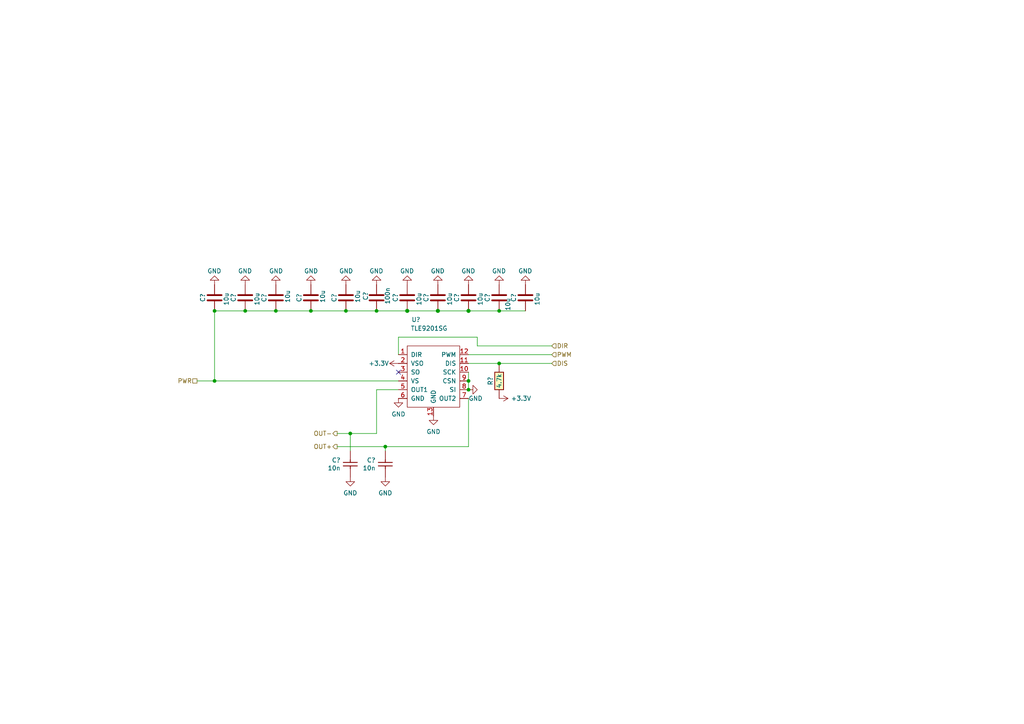
<source format=kicad_sch>
(kicad_sch (version 20230121) (generator eeschema)
  (paper "A4")
  (lib_symbols
    (symbol "Device:C" (pin_numbers hide) (pin_names (offset 0.254))
      (property "Reference" "C" (at 0.635 2.54 0))
      (property "Value" "C" (at 0.635 -2.54 0))
      (symbol "C_0_1"
        (polyline (pts (xy -2.032 -0.762) (xy 2.032 -0.762)) (stroke (width 0.508)))
        (polyline (pts (xy -2.032 0.762) (xy 2.032 0.762)) (stroke (width 0.508)))
      )
      (symbol "C_1_1"
        (pin passive line (at 0 3.81 270) (length 2.794) (name "~") (number "1"))
        (pin passive line (at 0 -3.81 90) (length 2.794) (name "~") (number "2"))
      )
    )
    (symbol "hellen-one-common:Cap" (pin_numbers hide)
      (property "Reference" "C" (at -3.81 2.54 0))
      (property "Value" "Cap" (at -2.54 -1.27 0))
      (symbol "Cap_1_0"
        (polyline (pts (xy -1.27 0) (xy -0.508 0)) (stroke (width 0.254)))
        (polyline (pts (xy -0.508 -2.032) (xy -0.508 2.032)) (stroke (width 0.254)))
        (polyline (pts (xy 0.508 2.032) (xy 0.508 -2.032)) (stroke (width 0.254)))
        (polyline (pts (xy 1.27 0) (xy 0.508 0)) (stroke (width 0.254)))
        (pin passive line (at -3.81 0 0) (length 2.54) (name "") (number "1"))
        (pin passive line (at 3.81 0 180) (length 2.54) (name "") (number "2"))
      )
    )
    (symbol "hellen-one-common:Res" (pin_numbers hide)
      (property "Reference" "R" (at 3.81 2.54 0))
      (property "Value" "Res" (at 5.08 -2.54 0))
      (symbol "Res_1_0"
        (rectangle (start 2.54 -1.27) (end 7.62 1.27) (stroke (width 0.254)) (fill (type background)))
        (pin passive line (at 0 0 0) (length 2.54) (name "") (number "1"))
        (pin passive line (at 10.16 0 180) (length 2.54) (name "") (number "2"))
      )
    )
    (symbol "power:+3.3V" (power) (pin_names (offset 0))
      (property "Value" "+3.3V" (at 0 3.556 0))
      (symbol "+3.3V_0_1"
        (polyline (pts (xy -0.762 1.27) (xy 0 2.54)))
        (polyline (pts (xy 0 0) (xy 0 2.54)))
        (polyline (pts (xy 0 2.54) (xy 0.762 1.27)))
      )
      (symbol "+3.3V_1_1"
        (pin power_in line (at 0 0 90) (length 0) hide (name "+3.3V") (number "1"))
      )
    )
    (symbol "power:GND" (power) (pin_names (offset 0))
      (property "Value" "GND" (at 0 -3.81 0))
      (symbol "GND_0_1"
        (polyline (pts (xy 0 0) (xy 0 -1.27) (xy 1.27 -1.27) (xy 0 -2.54) (xy -1.27 -1.27) (xy 0 -1.27)))
      )
      (symbol "GND_1_1"
        (pin power_in line (at 0 0 270) (length 0) hide (name "GND") (number "1"))
      )
    )
    (symbol "rusefi_tle9201:TLE9201SG" (pin_names (offset 1.016))
      (property "Reference" "U" (at 3.81 5.08 0))
      (property "Value" "TLE9201SG" (at 2.54 1.27 0))
      (symbol "TLE9201SG_0_1"
        (rectangle (start -2.54 -1.27) (end 12.7 -19.05))
      )
      (symbol "TLE9201SG_1_1"
        (pin passive line (at -5.08 -3.81 0) (length 2.54) (name "DIR") (number "1"))
        (pin passive line (at 15.24 -8.89 180) (length 2.54) (name "SCK") (number "10"))
        (pin passive line (at 15.24 -6.35 180) (length 2.54) (name "DIS") (number "11"))
        (pin passive line (at 15.24 -3.81 180) (length 2.54) (name "PWM") (number "12"))
        (pin passive line (at 5.08 -21.59 90) (length 2.54) (name "GND") (number "13"))
        (pin passive line (at -5.08 -6.35 0) (length 2.54) (name "VSO") (number "2"))
        (pin passive line (at -5.08 -8.89 0) (length 2.54) (name "SO") (number "3"))
        (pin passive line (at -5.08 -11.43 0) (length 2.54) (name "VS") (number "4"))
        (pin passive line (at -5.08 -13.97 0) (length 2.54) (name "OUT1") (number "5"))
        (pin passive line (at -5.08 -16.51 0) (length 2.54) (name "GND") (number "6"))
        (pin passive line (at 15.24 -16.51 180) (length 2.54) (name "OUT2") (number "7"))
        (pin passive line (at 15.24 -13.97 180) (length 2.54) (name "SI") (number "8"))
        (pin passive line (at 15.24 -11.43 180) (length 2.54) (name "CSN") (number "9"))
      )
    )
  )
  (junction (at 109.22 90.17))
  (junction (at 111.76 129.54))
  (junction (at 62.23 90.17))
  (junction (at 135.89 110.49))
  (junction (at 101.6 125.73))
  (junction (at 100.33 90.17))
  (junction (at 62.23 110.49))
  (junction (at 118.11 90.17) (diameter 1.016))
  (junction (at 127 90.17) (diameter 1.016))
  (junction (at 135.89 113.03))
  (junction (at 144.78 90.17))
  (junction (at 71.12 90.17))
  (junction (at 80.01 90.17))
  (junction (at 135.89 90.17) (diameter 1.016))
  (junction (at 90.17 90.17))
  (junction (at 144.78 105.41))
  (no_connect (at 115.57 107.95))
  (wire (pts (xy 101.6 125.73) (xy 97.79 125.73)))
  (wire (pts (xy 135.89 107.95) (xy 135.89 110.49)))
  (wire (pts (xy 127 90.17) (xy 135.89 90.17)))
  (wire (pts (xy 138.43 97.79) (xy 138.43 100.33)))
  (wire (pts (xy 138.43 100.33) (xy 160.02 100.33)))
  (wire (pts (xy 62.23 110.49) (xy 115.57 110.49)))
  (wire (pts (xy 135.89 105.41) (xy 144.78 105.41)))
  (wire (pts (xy 118.11 90.17) (xy 127 90.17)))
  (wire (pts (xy 100.33 90.17) (xy 109.22 90.17)))
  (wire (pts (xy 90.17 90.17) (xy 100.33 90.17)))
  (wire (pts (xy 135.89 102.87) (xy 160.02 102.87)))
  (wire (pts (xy 109.22 113.03) (xy 109.22 125.73)))
  (wire (pts (xy 144.78 90.17) (xy 152.4 90.17)))
  (wire (pts (xy 115.57 97.79) (xy 138.43 97.79)))
  (wire (pts (xy 109.22 90.17) (xy 118.11 90.17)))
  (wire (pts (xy 80.01 90.17) (xy 90.17 90.17)))
  (wire (pts (xy 109.22 125.73) (xy 101.6 125.73)))
  (wire (pts (xy 135.89 90.17) (xy 144.78 90.17)))
  (wire (pts (xy 144.78 105.41) (xy 160.02 105.41)))
  (wire (pts (xy 111.76 129.54) (xy 135.89 129.54)))
  (wire (pts (xy 71.12 90.17) (xy 80.01 90.17)))
  (wire (pts (xy 62.23 90.17) (xy 62.23 110.49)))
  (wire (pts (xy 115.57 113.03) (xy 109.22 113.03)))
  (wire (pts (xy 101.6 125.73) (xy 101.6 130.81)))
  (wire (pts (xy 111.76 129.54) (xy 111.76 130.81)))
  (wire (pts (xy 135.89 110.49) (xy 135.89 113.03)))
  (wire (pts (xy 97.79 129.54) (xy 111.76 129.54)))
  (wire (pts (xy 115.57 102.87) (xy 115.57 97.79)))
  (wire (pts (xy 57.15 110.49) (xy 62.23 110.49)))
  (wire (pts (xy 62.23 90.17) (xy 71.12 90.17)))
  (wire (pts (xy 135.89 129.54) (xy 135.89 115.57)))
  (hierarchical_label "OUT-" (shape output) (at 97.79 125.73 180))
  (hierarchical_label "DIS" (shape input) (at 160.02 105.41 0))
  (hierarchical_label "DIR" (shape input) (at 160.02 100.33 0))
  (hierarchical_label "PWM" (shape input) (at 160.02 102.87 0))
  (hierarchical_label "PWR" (shape passive) (at 57.15 110.49 180))
  (hierarchical_label "OUT+" (shape output) (at 97.79 129.54 180))
  (symbol (lib_id "power:GND") (at 118.11 82.55 180) (unit 1)
    (property "Reference" "#PWR?" (effects hide))
    (property "Value" "GND" (at 118.0592 78.6066 0))
    (instances (project "alphax_8ch" (path "" (reference "#PWR?") (unit 1)) (path "" (reference "#PWR0269") (unit 1)) (path "" (reference "#PWR0251") (unit 1)) (path "" (reference "#PWR0287") (unit 1)) (path "" (reference "#PWR0305") (unit 1))))
  )
  (symbol (lib_id "rusefi_tle9201:TLE9201SG") (at 120.65 99.06 0) (unit 1)
    (property "Reference" "U?" (at 120.65 92.71 0))
    (property "Value" "TLE9201SG" (at 124.46 95.25 0))
    (property "Footprint" "Package_SO:Infineon_PG-DSO-12-11" (effects hide))
    (property "Part #" "TLE9201SG" (effects hide))
    (property "VEND" "DIGI" (effects hide))
    (property "VEND#" "TLE9201SGAUMA1CT-ND" (effects hide))
    (property "Manufacturer" "Infineon " (effects hide))
    (property "LCSC" "C112633" (effects hide))
    (instances (project "alphax_8ch" (path "" (reference "U?") (unit 1)) (path "" (reference "U6") (unit 1)) (path "" (reference "U5") (unit 1)) (path "" (reference "U7") (unit 1)) (path "" (reference "U8") (unit 1))))
  )
  (symbol (lib_id "power:GND") (at 144.78 82.55 180) (unit 1)
    (property "Reference" "#PWR?" (effects hide))
    (property "Value" "GND" (at 144.7292 78.6066 0))
    (instances (project "alphax_8ch" (path "" (reference "#PWR?") (unit 1)) (path "" (reference "#PWR0274") (unit 1)) (path "" (reference "#PWR0256") (unit 1)) (path "" (reference "#PWR0292") (unit 1)) (path "" (reference "#PWR0310") (unit 1))))
  )
  (symbol (lib_id "Device:C") (at 62.23 86.36 0) (mirror x) (unit 1)
    (property "Reference" "C?" (at 58.8074 87.6299 90) (effects (justify right)))
    (property "Value" "10u" (at 65.6527 88.6459 90) (effects (justify right)))
    (property "Footprint" "hellen-one-common:C0805" (effects hide))
    (property "LCSC" "C15850" (effects hide))
    (instances (project "alphax_8ch" (path "" (reference "C?") (unit 1)) (path "" (reference "C26") (unit 1)) (path "" (reference "C13") (unit 1)) (path "" (reference "C39") (unit 1)) (path "" (reference "C52") (unit 1))))
  )
  (symbol (lib_id "power:GND") (at 80.01 82.55 0) (mirror x) (unit 1)
    (property "Reference" "#PWR?" (effects hide))
    (property "Value" "GND" (at 80.0608 78.6066 0))
    (instances (project "alphax_8ch" (path "" (reference "#PWR?") (unit 1)) (path "" (reference "#PWR0261") (unit 1)) (path "" (reference "#PWR0243") (unit 1)) (path "" (reference "#PWR0279") (unit 1)) (path "" (reference "#PWR0297") (unit 1))))
  )
  (symbol (lib_id "hellen-one-common:Res") (at 144.78 105.41 270) (unit 1)
    (property "Reference" "R?" (at 142.24 110.49 0))
    (property "Value" "4.7k" (at 144.78 110.49 0))
    (property "Footprint" "hellen-one-common:R0603" (effects hide))
    (property "LCSC" "C23162" (effects hide))
    (instances (project "alphax_8ch" (path "" (reference "R?") (unit 1)) (path "" (reference "R1012") (unit 1)) (path "" (reference "R1011") (unit 1)) (path "" (reference "R1013") (unit 1)) (path "" (reference "R1014") (unit 1))))
  )
  (symbol (lib_id "power:GND") (at 127 82.55 180) (unit 1)
    (property "Reference" "#PWR?" (effects hide))
    (property "Value" "GND" (at 126.9492 78.6066 0))
    (instances (project "alphax_8ch" (path "" (reference "#PWR?") (unit 1)) (path "" (reference "#PWR0271") (unit 1)) (path "" (reference "#PWR0253") (unit 1)) (path "" (reference "#PWR0289") (unit 1)) (path "" (reference "#PWR0307") (unit 1))))
  )
  (symbol (lib_id "Device:C") (at 109.22 86.36 0) (mirror y) (unit 1)
    (property "Reference" "C?" (at 106.0386 84.5821 90) (effects (justify right)))
    (property "Value" "100n" (at 112.4013 83.3121 90) (effects (justify right)))
    (property "Footprint" "hellen-one-common:C0603" (effects hide))
    (property "LCSC" "C14663" (effects hide))
    (instances (project "alphax_8ch" (path "" (reference "C?") (unit 1)) (path "" (reference "C32") (unit 1)) (path "" (reference "C19") (unit 1)) (path "" (reference "C45") (unit 1)) (path "" (reference "C58") (unit 1))))
  )
  (symbol (lib_id "power:GND") (at 115.57 115.57 0) (mirror y) (unit 1)
    (property "Reference" "#PWR?" (effects hide))
    (property "Value" "GND" (at 115.57 120.1325 0))
    (instances (project "alphax_8ch" (path "" (reference "#PWR?") (unit 1)) (path "" (reference "#PWR0268") (unit 1)) (path "" (reference "#PWR0250") (unit 1)) (path "" (reference "#PWR0286") (unit 1)) (path "" (reference "#PWR0304") (unit 1))))
  )
  (symbol (lib_id "power:GND") (at 135.89 113.03 90) (mirror x) (unit 1)
    (property "Reference" "#PWR?" (effects hide))
    (property "Value" "GND" (at 135.89 115.57 90) (effects (justify right)))
    (instances (project "alphax_8ch" (path "" (reference "#PWR?") (unit 1)) (path "" (reference "#PWR0273") (unit 1)) (path "" (reference "#PWR0255") (unit 1)) (path "" (reference "#PWR0291") (unit 1)) (path "" (reference "#PWR0309") (unit 1))))
  )
  (symbol (lib_id "power:GND") (at 90.17 82.55 0) (mirror x) (unit 1)
    (property "Reference" "#PWR?" (effects hide))
    (property "Value" "GND" (at 90.2208 78.6066 0))
    (instances (project "alphax_8ch" (path "" (reference "#PWR?") (unit 1)) (path "" (reference "#PWR0262") (unit 1)) (path "" (reference "#PWR0244") (unit 1)) (path "" (reference "#PWR0280") (unit 1)) (path "" (reference "#PWR0298") (unit 1))))
  )
  (symbol (lib_id "power:GND") (at 152.4 82.55 180) (unit 1)
    (property "Reference" "#PWR?" (effects hide))
    (property "Value" "GND" (at 152.3492 78.6066 0))
    (instances (project "alphax_8ch" (path "" (reference "#PWR?") (unit 1)) (path "" (reference "#PWR0276") (unit 1)) (path "" (reference "#PWR0258") (unit 1)) (path "" (reference "#PWR0294") (unit 1)) (path "" (reference "#PWR0312") (unit 1))))
  )
  (symbol (lib_id "power:GND") (at 125.73 120.65 0) (mirror y) (unit 1)
    (property "Reference" "#PWR?" (effects hide))
    (property "Value" "GND" (at 125.73 125.2125 0))
    (instances (project "alphax_8ch" (path "" (reference "#PWR?") (unit 1)) (path "" (reference "#PWR0270") (unit 1)) (path "" (reference "#PWR0252") (unit 1)) (path "" (reference "#PWR0288") (unit 1)) (path "" (reference "#PWR0306") (unit 1))))
  )
  (symbol (lib_id "power:GND") (at 100.33 82.55 0) (mirror x) (unit 1)
    (property "Reference" "#PWR?" (effects hide))
    (property "Value" "GND" (at 100.3808 78.6066 0))
    (instances (project "alphax_8ch" (path "" (reference "#PWR?") (unit 1)) (path "" (reference "#PWR0263") (unit 1)) (path "" (reference "#PWR0245") (unit 1)) (path "" (reference "#PWR0281") (unit 1)) (path "" (reference "#PWR0299") (unit 1))))
  )
  (symbol (lib_id "Device:C") (at 90.17 86.36 0) (unit 1)
    (property "Reference" "C?" (at 86.7474 85.0901 90) (effects (justify right)))
    (property "Value" "10u" (at 93.5927 84.0741 90) (effects (justify right)))
    (property "Footprint" "hellen-one-common:C0805" (effects hide))
    (property "LCSC" "C15850" (effects hide))
    (instances (project "alphax_8ch" (path "" (reference "C?") (unit 1)) (path "" (reference "C29") (unit 1)) (path "" (reference "C16") (unit 1)) (path "" (reference "C42") (unit 1)) (path "" (reference "C55") (unit 1))))
  )
  (symbol (lib_id "power:GND") (at 62.23 82.55 180) (unit 1)
    (property "Reference" "#PWR?" (effects hide))
    (property "Value" "GND" (at 62.1792 78.6066 0))
    (instances (project "alphax_8ch" (path "" (reference "#PWR?") (unit 1)) (path "" (reference "#PWR0259") (unit 1)) (path "" (reference "#PWR0241") (unit 1)) (path "" (reference "#PWR0277") (unit 1)) (path "" (reference "#PWR0295") (unit 1))))
  )
  (symbol (lib_id "Device:C") (at 135.89 86.36 0) (mirror x) (unit 1)
    (property "Reference" "C?" (at 132.4674 87.6299 90) (effects (justify right)))
    (property "Value" "10u" (at 139.3127 88.6459 90) (effects (justify right)))
    (property "Footprint" "hellen-one-common:C0805" (effects hide))
    (property "LCSC" "C15850" (effects hide))
    (instances (project "alphax_8ch" (path "" (reference "C?") (unit 1)) (path "" (reference "C36") (unit 1)) (path "" (reference "C23") (unit 1)) (path "" (reference "C49") (unit 1)) (path "" (reference "C62") (unit 1))))
  )
  (symbol (lib_id "power:GND") (at 111.76 138.43 0) (mirror y) (unit 1)
    (property "Reference" "#PWR?" (effects hide))
    (property "Value" "GND" (at 111.76 142.9925 0))
    (instances (project "alphax_8ch" (path "" (reference "#PWR?") (unit 1)) (path "" (reference "#PWR0266") (unit 1)) (path "" (reference "#PWR0248") (unit 1)) (path "" (reference "#PWR0284") (unit 1)) (path "" (reference "#PWR0302") (unit 1))))
  )
  (symbol (lib_id "Device:C") (at 80.01 86.36 0) (unit 1)
    (property "Reference" "C?" (at 76.5874 85.0901 90) (effects (justify right)))
    (property "Value" "10u" (at 83.4327 84.0741 90) (effects (justify right)))
    (property "Footprint" "hellen-one-common:C0805" (effects hide))
    (property "LCSC" "C15850" (effects hide))
    (instances (project "alphax_8ch" (path "" (reference "C?") (unit 1)) (path "" (reference "C28") (unit 1)) (path "" (reference "C15") (unit 1)) (path "" (reference "C41") (unit 1)) (path "" (reference "C54") (unit 1))))
  )
  (symbol (lib_id "Device:C") (at 144.78 86.36 0) (mirror x) (unit 1)
    (property "Reference" "C?" (at 141.3574 87.6299 90) (effects (justify right)))
    (property "Value" "10u" (at 147.32 90.17 90) (effects (justify right)))
    (property "Footprint" "hellen-one-common:C0805" (effects hide))
    (property "LCSC" "C15850" (effects hide))
    (instances (project "alphax_8ch" (path "" (reference "C?") (unit 1)) (path "" (reference "C37") (unit 1)) (path "" (reference "C24") (unit 1)) (path "" (reference "C50") (unit 1)) (path "" (reference "C63") (unit 1))))
  )
  (symbol (lib_id "Device:C") (at 152.4 86.36 0) (mirror x) (unit 1)
    (property "Reference" "C?" (at 148.9774 87.6299 90) (effects (justify right)))
    (property "Value" "10u" (at 155.8227 88.6459 90) (effects (justify right)))
    (property "Footprint" "hellen-one-common:C0805" (effects hide))
    (property "LCSC" "C15850" (effects hide))
    (instances (project "alphax_8ch" (path "" (reference "C?") (unit 1)) (path "" (reference "C38") (unit 1)) (path "" (reference "C25") (unit 1)) (path "" (reference "C51") (unit 1)) (path "" (reference "C64") (unit 1))))
  )
  (symbol (lib_id "power:GND") (at 101.6 138.43 0) (mirror y) (unit 1)
    (property "Reference" "#PWR?" (effects hide))
    (property "Value" "GND" (at 101.6 142.9925 0))
    (instances (project "alphax_8ch" (path "" (reference "#PWR?") (unit 1)) (path "" (reference "#PWR0264") (unit 1)) (path "" (reference "#PWR0246") (unit 1)) (path "" (reference "#PWR0282") (unit 1)) (path "" (reference "#PWR0300") (unit 1))))
  )
  (symbol (lib_id "Device:C") (at 100.33 86.36 0) (unit 1)
    (property "Reference" "C?" (at 96.9074 85.0901 90) (effects (justify right)))
    (property "Value" "10u" (at 103.7527 84.0741 90) (effects (justify right)))
    (property "Footprint" "hellen-one-common:C0805" (effects hide))
    (property "LCSC" "C15850" (effects hide))
    (instances (project "alphax_8ch" (path "" (reference "C?") (unit 1)) (path "" (reference "C30") (unit 1)) (path "" (reference "C17") (unit 1)) (path "" (reference "C43") (unit 1)) (path "" (reference "C56") (unit 1))))
  )
  (symbol (lib_id "Device:C") (at 118.11 86.36 0) (mirror x) (unit 1)
    (property "Reference" "C?" (at 114.6874 87.6299 90) (effects (justify right)))
    (property "Value" "10u" (at 121.5327 88.6459 90) (effects (justify right)))
    (property "Footprint" "hellen-one-common:C0805" (effects hide))
    (property "LCSC" "C15850" (effects hide))
    (instances (project "alphax_8ch" (path "" (reference "C?") (unit 1)) (path "" (reference "C34") (unit 1)) (path "" (reference "C21") (unit 1)) (path "" (reference "C47") (unit 1)) (path "" (reference "C60") (unit 1))))
  )
  (symbol (lib_id "Device:C") (at 127 86.36 0) (mirror x) (unit 1)
    (property "Reference" "C?" (at 123.5774 87.6299 90) (effects (justify right)))
    (property "Value" "10u" (at 130.4227 88.6459 90) (effects (justify right)))
    (property "Footprint" "hellen-one-common:C0805" (effects hide))
    (property "LCSC" "C15850" (effects hide))
    (instances (project "alphax_8ch" (path "" (reference "C?") (unit 1)) (path "" (reference "C35") (unit 1)) (path "" (reference "C22") (unit 1)) (path "" (reference "C48") (unit 1)) (path "" (reference "C61") (unit 1))))
  )
  (symbol (lib_id "power:+3.3V") (at 115.57 105.41 90) (unit 1)
    (property "Reference" "#PWR?" (effects hide))
    (property "Value" "+3.3V" (at 109.855 105.41 90))
    (instances (project "alphax_8ch" (path "" (reference "#PWR?") (unit 1)) (path "" (reference "#PWR0267") (unit 1)) (path "" (reference "#PWR0249") (unit 1)) (path "" (reference "#PWR0285") (unit 1)) (path "" (reference "#PWR0303") (unit 1))))
  )
  (symbol (lib_id "Device:C") (at 71.12 86.36 0) (mirror x) (unit 1)
    (property "Reference" "C?" (at 67.6974 87.6299 90) (effects (justify right)))
    (property "Value" "10u" (at 74.5427 88.6459 90) (effects (justify right)))
    (property "Footprint" "hellen-one-common:C0805" (effects hide))
    (property "LCSC" "C15850" (effects hide))
    (instances (project "alphax_8ch" (path "" (reference "C?") (unit 1)) (path "" (reference "C27") (unit 1)) (path "" (reference "C14") (unit 1)) (path "" (reference "C40") (unit 1)) (path "" (reference "C53") (unit 1))))
  )
  (symbol (lib_id "power:GND") (at 109.22 82.55 180) (unit 1)
    (property "Reference" "#PWR?" (effects hide))
    (property "Value" "GND" (at 109.1692 78.6066 0))
    (instances (project "alphax_8ch" (path "" (reference "#PWR?") (unit 1)) (path "" (reference "#PWR0265") (unit 1)) (path "" (reference "#PWR0247") (unit 1)) (path "" (reference "#PWR0283") (unit 1)) (path "" (reference "#PWR0301") (unit 1))))
  )
  (symbol (lib_id "power:+3.3V") (at 144.78 115.57 270) (unit 1)
    (property "Reference" "#PWR?" (effects hide))
    (property "Value" "+3.3V" (at 151.13 115.57 90))
    (instances (project "alphax_8ch" (path "" (reference "#PWR?") (unit 1)) (path "" (reference "#PWR0275") (unit 1)) (path "" (reference "#PWR0257") (unit 1)) (path "" (reference "#PWR0293") (unit 1)) (path "" (reference "#PWR0311") (unit 1))))
  )
  (symbol (lib_id "power:GND") (at 71.12 82.55 180) (unit 1)
    (property "Reference" "#PWR?" (effects hide))
    (property "Value" "GND" (at 71.0692 78.6066 0))
    (instances (project "alphax_8ch" (path "" (reference "#PWR?") (unit 1)) (path "" (reference "#PWR0260") (unit 1)) (path "" (reference "#PWR0242") (unit 1)) (path "" (reference "#PWR0278") (unit 1)) (path "" (reference "#PWR0296") (unit 1))))
  )
  (symbol (lib_id "hellen-one-common:Cap") (at 101.6 134.62 270) (mirror x) (unit 1)
    (property "Reference" "C?" (at 98.8059 133.4706 90) (effects (justify right)))
    (property "Value" "10n" (at 98.8059 135.7693 90) (effects (justify right)))
    (property "Footprint" "hellen-one-common:C0603" (effects hide))
    (property "LCSC" "C57112" (effects hide))
    (instances (project "alphax_8ch" (path "" (reference "C?") (unit 1)) (path "" (reference "C31") (unit 1)) (path "" (reference "C18") (unit 1)) (path "" (reference "C44") (unit 1)) (path "" (reference "C57") (unit 1))))
  )
  (symbol (lib_id "hellen-one-common:Cap") (at 111.76 134.62 270) (mirror x) (unit 1)
    (property "Reference" "C?" (at 108.9659 133.4706 90) (effects (justify right)))
    (property "Value" "10n" (at 108.9659 135.7693 90) (effects (justify right)))
    (property "Footprint" "hellen-one-common:C0603" (effects hide))
    (property "LCSC" "C57112" (effects hide))
    (instances (project "alphax_8ch" (path "" (reference "C?") (unit 1)) (path "" (reference "C33") (unit 1)) (path "" (reference "C20") (unit 1)) (path "" (reference "C46") (unit 1)) (path "" (reference "C59") (unit 1))))
  )
  (symbol (lib_id "power:GND") (at 135.89 82.55 180) (unit 1)
    (property "Reference" "#PWR?" (effects hide))
    (property "Value" "GND" (at 135.8392 78.6066 0))
    (instances (project "alphax_8ch" (path "" (reference "#PWR?") (unit 1)) (path "" (reference "#PWR0272") (unit 1)) (path "" (reference "#PWR0254") (unit 1)) (path "" (reference "#PWR0290") (unit 1)) (path "" (reference "#PWR0308") (unit 1))))
  )
)
</source>
